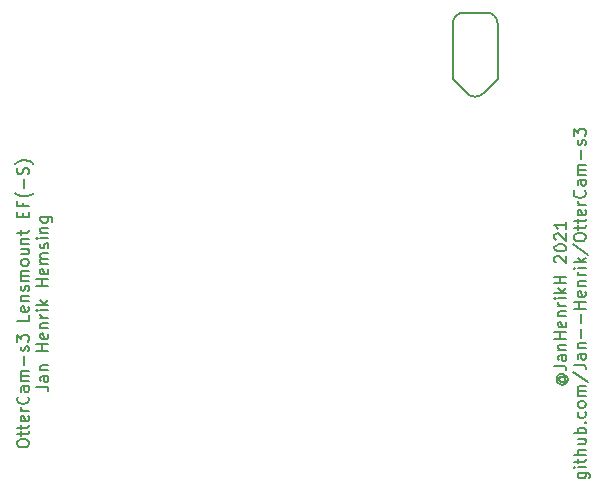
<source format=gto>
G04 #@! TF.GenerationSoftware,KiCad,Pcbnew,5.1.5+dfsg1-2build2*
G04 #@! TF.CreationDate,2021-05-18T14:50:11+02:00*
G04 #@! TF.ProjectId,lensmount-v1.0,6c656e73-6d6f-4756-9e74-2d76312e302e,rev?*
G04 #@! TF.SameCoordinates,Original*
G04 #@! TF.FileFunction,Legend,Top*
G04 #@! TF.FilePolarity,Positive*
%FSLAX46Y46*%
G04 Gerber Fmt 4.6, Leading zero omitted, Abs format (unit mm)*
G04 Created by KiCad (PCBNEW 5.1.5+dfsg1-2build2) date 2021-05-18 14:50:11*
%MOMM*%
%LPD*%
G04 APERTURE LIST*
%ADD10C,0.150000*%
%ADD11C,0.127000*%
G04 APERTURE END LIST*
D10*
X121901190Y-106238095D02*
X121853571Y-106285714D01*
X121805952Y-106380952D01*
X121805952Y-106476190D01*
X121853571Y-106571428D01*
X121901190Y-106619047D01*
X121996428Y-106666666D01*
X122091666Y-106666666D01*
X122186904Y-106619047D01*
X122234523Y-106571428D01*
X122282142Y-106476190D01*
X122282142Y-106380952D01*
X122234523Y-106285714D01*
X122186904Y-106238095D01*
X121805952Y-106238095D02*
X122186904Y-106238095D01*
X122234523Y-106190476D01*
X122234523Y-106142857D01*
X122186904Y-106047619D01*
X122091666Y-106000000D01*
X121853571Y-106000000D01*
X121710714Y-106095238D01*
X121615476Y-106238095D01*
X121567857Y-106428571D01*
X121615476Y-106619047D01*
X121710714Y-106761904D01*
X121853571Y-106857142D01*
X122044047Y-106904761D01*
X122234523Y-106857142D01*
X122377380Y-106761904D01*
X122472619Y-106619047D01*
X122520238Y-106428571D01*
X122472619Y-106238095D01*
X122377380Y-106095238D01*
X121377380Y-105285714D02*
X122091666Y-105285714D01*
X122234523Y-105333333D01*
X122329761Y-105428571D01*
X122377380Y-105571428D01*
X122377380Y-105666666D01*
X122377380Y-104380952D02*
X121853571Y-104380952D01*
X121758333Y-104428571D01*
X121710714Y-104523809D01*
X121710714Y-104714285D01*
X121758333Y-104809523D01*
X122329761Y-104380952D02*
X122377380Y-104476190D01*
X122377380Y-104714285D01*
X122329761Y-104809523D01*
X122234523Y-104857142D01*
X122139285Y-104857142D01*
X122044047Y-104809523D01*
X121996428Y-104714285D01*
X121996428Y-104476190D01*
X121948809Y-104380952D01*
X121710714Y-103904761D02*
X122377380Y-103904761D01*
X121805952Y-103904761D02*
X121758333Y-103857142D01*
X121710714Y-103761904D01*
X121710714Y-103619047D01*
X121758333Y-103523809D01*
X121853571Y-103476190D01*
X122377380Y-103476190D01*
X122377380Y-103000000D02*
X121377380Y-103000000D01*
X121853571Y-103000000D02*
X121853571Y-102428571D01*
X122377380Y-102428571D02*
X121377380Y-102428571D01*
X122329761Y-101571428D02*
X122377380Y-101666666D01*
X122377380Y-101857142D01*
X122329761Y-101952380D01*
X122234523Y-102000000D01*
X121853571Y-102000000D01*
X121758333Y-101952380D01*
X121710714Y-101857142D01*
X121710714Y-101666666D01*
X121758333Y-101571428D01*
X121853571Y-101523809D01*
X121948809Y-101523809D01*
X122044047Y-102000000D01*
X121710714Y-101095238D02*
X122377380Y-101095238D01*
X121805952Y-101095238D02*
X121758333Y-101047619D01*
X121710714Y-100952380D01*
X121710714Y-100809523D01*
X121758333Y-100714285D01*
X121853571Y-100666666D01*
X122377380Y-100666666D01*
X122377380Y-100190476D02*
X121710714Y-100190476D01*
X121901190Y-100190476D02*
X121805952Y-100142857D01*
X121758333Y-100095238D01*
X121710714Y-100000000D01*
X121710714Y-99904761D01*
X122377380Y-99571428D02*
X121710714Y-99571428D01*
X121377380Y-99571428D02*
X121425000Y-99619047D01*
X121472619Y-99571428D01*
X121425000Y-99523809D01*
X121377380Y-99571428D01*
X121472619Y-99571428D01*
X122377380Y-99095238D02*
X121377380Y-99095238D01*
X121996428Y-99000000D02*
X122377380Y-98714285D01*
X121710714Y-98714285D02*
X122091666Y-99095238D01*
X122377380Y-98285714D02*
X121377380Y-98285714D01*
X121853571Y-98285714D02*
X121853571Y-97714285D01*
X122377380Y-97714285D02*
X121377380Y-97714285D01*
X121472619Y-96523809D02*
X121425000Y-96476190D01*
X121377380Y-96380952D01*
X121377380Y-96142857D01*
X121425000Y-96047619D01*
X121472619Y-96000000D01*
X121567857Y-95952380D01*
X121663095Y-95952380D01*
X121805952Y-96000000D01*
X122377380Y-96571428D01*
X122377380Y-95952380D01*
X121377380Y-95333333D02*
X121377380Y-95238095D01*
X121425000Y-95142857D01*
X121472619Y-95095238D01*
X121567857Y-95047619D01*
X121758333Y-95000000D01*
X121996428Y-95000000D01*
X122186904Y-95047619D01*
X122282142Y-95095238D01*
X122329761Y-95142857D01*
X122377380Y-95238095D01*
X122377380Y-95333333D01*
X122329761Y-95428571D01*
X122282142Y-95476190D01*
X122186904Y-95523809D01*
X121996428Y-95571428D01*
X121758333Y-95571428D01*
X121567857Y-95523809D01*
X121472619Y-95476190D01*
X121425000Y-95428571D01*
X121377380Y-95333333D01*
X121472619Y-94619047D02*
X121425000Y-94571428D01*
X121377380Y-94476190D01*
X121377380Y-94238095D01*
X121425000Y-94142857D01*
X121472619Y-94095238D01*
X121567857Y-94047619D01*
X121663095Y-94047619D01*
X121805952Y-94095238D01*
X122377380Y-94666666D01*
X122377380Y-94047619D01*
X122377380Y-93095238D02*
X122377380Y-93666666D01*
X122377380Y-93380952D02*
X121377380Y-93380952D01*
X121520238Y-93476190D01*
X121615476Y-93571428D01*
X121663095Y-93666666D01*
X123360714Y-114333333D02*
X124170238Y-114333333D01*
X124265476Y-114380952D01*
X124313095Y-114428571D01*
X124360714Y-114523809D01*
X124360714Y-114666666D01*
X124313095Y-114761904D01*
X123979761Y-114333333D02*
X124027380Y-114428571D01*
X124027380Y-114619047D01*
X123979761Y-114714285D01*
X123932142Y-114761904D01*
X123836904Y-114809523D01*
X123551190Y-114809523D01*
X123455952Y-114761904D01*
X123408333Y-114714285D01*
X123360714Y-114619047D01*
X123360714Y-114428571D01*
X123408333Y-114333333D01*
X124027380Y-113857142D02*
X123360714Y-113857142D01*
X123027380Y-113857142D02*
X123075000Y-113904761D01*
X123122619Y-113857142D01*
X123075000Y-113809523D01*
X123027380Y-113857142D01*
X123122619Y-113857142D01*
X123360714Y-113523809D02*
X123360714Y-113142857D01*
X123027380Y-113380952D02*
X123884523Y-113380952D01*
X123979761Y-113333333D01*
X124027380Y-113238095D01*
X124027380Y-113142857D01*
X124027380Y-112809523D02*
X123027380Y-112809523D01*
X124027380Y-112380952D02*
X123503571Y-112380952D01*
X123408333Y-112428571D01*
X123360714Y-112523809D01*
X123360714Y-112666666D01*
X123408333Y-112761904D01*
X123455952Y-112809523D01*
X123360714Y-111476190D02*
X124027380Y-111476190D01*
X123360714Y-111904761D02*
X123884523Y-111904761D01*
X123979761Y-111857142D01*
X124027380Y-111761904D01*
X124027380Y-111619047D01*
X123979761Y-111523809D01*
X123932142Y-111476190D01*
X124027380Y-111000000D02*
X123027380Y-111000000D01*
X123408333Y-111000000D02*
X123360714Y-110904761D01*
X123360714Y-110714285D01*
X123408333Y-110619047D01*
X123455952Y-110571428D01*
X123551190Y-110523809D01*
X123836904Y-110523809D01*
X123932142Y-110571428D01*
X123979761Y-110619047D01*
X124027380Y-110714285D01*
X124027380Y-110904761D01*
X123979761Y-111000000D01*
X123932142Y-110095238D02*
X123979761Y-110047619D01*
X124027380Y-110095238D01*
X123979761Y-110142857D01*
X123932142Y-110095238D01*
X124027380Y-110095238D01*
X123979761Y-109190476D02*
X124027380Y-109285714D01*
X124027380Y-109476190D01*
X123979761Y-109571428D01*
X123932142Y-109619047D01*
X123836904Y-109666666D01*
X123551190Y-109666666D01*
X123455952Y-109619047D01*
X123408333Y-109571428D01*
X123360714Y-109476190D01*
X123360714Y-109285714D01*
X123408333Y-109190476D01*
X124027380Y-108619047D02*
X123979761Y-108714285D01*
X123932142Y-108761904D01*
X123836904Y-108809523D01*
X123551190Y-108809523D01*
X123455952Y-108761904D01*
X123408333Y-108714285D01*
X123360714Y-108619047D01*
X123360714Y-108476190D01*
X123408333Y-108380952D01*
X123455952Y-108333333D01*
X123551190Y-108285714D01*
X123836904Y-108285714D01*
X123932142Y-108333333D01*
X123979761Y-108380952D01*
X124027380Y-108476190D01*
X124027380Y-108619047D01*
X124027380Y-107857142D02*
X123360714Y-107857142D01*
X123455952Y-107857142D02*
X123408333Y-107809523D01*
X123360714Y-107714285D01*
X123360714Y-107571428D01*
X123408333Y-107476190D01*
X123503571Y-107428571D01*
X124027380Y-107428571D01*
X123503571Y-107428571D02*
X123408333Y-107380952D01*
X123360714Y-107285714D01*
X123360714Y-107142857D01*
X123408333Y-107047619D01*
X123503571Y-107000000D01*
X124027380Y-107000000D01*
X122979761Y-105809523D02*
X124265476Y-106666666D01*
X123027380Y-105190476D02*
X123741666Y-105190476D01*
X123884523Y-105238095D01*
X123979761Y-105333333D01*
X124027380Y-105476190D01*
X124027380Y-105571428D01*
X124027380Y-104285714D02*
X123503571Y-104285714D01*
X123408333Y-104333333D01*
X123360714Y-104428571D01*
X123360714Y-104619047D01*
X123408333Y-104714285D01*
X123979761Y-104285714D02*
X124027380Y-104380952D01*
X124027380Y-104619047D01*
X123979761Y-104714285D01*
X123884523Y-104761904D01*
X123789285Y-104761904D01*
X123694047Y-104714285D01*
X123646428Y-104619047D01*
X123646428Y-104380952D01*
X123598809Y-104285714D01*
X123360714Y-103809523D02*
X124027380Y-103809523D01*
X123455952Y-103809523D02*
X123408333Y-103761904D01*
X123360714Y-103666666D01*
X123360714Y-103523809D01*
X123408333Y-103428571D01*
X123503571Y-103380952D01*
X124027380Y-103380952D01*
X123646428Y-102904761D02*
X123646428Y-102142857D01*
X123646428Y-101666666D02*
X123646428Y-100904761D01*
X124027380Y-100428571D02*
X123027380Y-100428571D01*
X123503571Y-100428571D02*
X123503571Y-99857142D01*
X124027380Y-99857142D02*
X123027380Y-99857142D01*
X123979761Y-99000000D02*
X124027380Y-99095238D01*
X124027380Y-99285714D01*
X123979761Y-99380952D01*
X123884523Y-99428571D01*
X123503571Y-99428571D01*
X123408333Y-99380952D01*
X123360714Y-99285714D01*
X123360714Y-99095238D01*
X123408333Y-99000000D01*
X123503571Y-98952380D01*
X123598809Y-98952380D01*
X123694047Y-99428571D01*
X123360714Y-98523809D02*
X124027380Y-98523809D01*
X123455952Y-98523809D02*
X123408333Y-98476190D01*
X123360714Y-98380952D01*
X123360714Y-98238095D01*
X123408333Y-98142857D01*
X123503571Y-98095238D01*
X124027380Y-98095238D01*
X124027380Y-97619047D02*
X123360714Y-97619047D01*
X123551190Y-97619047D02*
X123455952Y-97571428D01*
X123408333Y-97523809D01*
X123360714Y-97428571D01*
X123360714Y-97333333D01*
X124027380Y-97000000D02*
X123360714Y-97000000D01*
X123027380Y-97000000D02*
X123075000Y-97047619D01*
X123122619Y-97000000D01*
X123075000Y-96952380D01*
X123027380Y-97000000D01*
X123122619Y-97000000D01*
X124027380Y-96523809D02*
X123027380Y-96523809D01*
X123646428Y-96428571D02*
X124027380Y-96142857D01*
X123360714Y-96142857D02*
X123741666Y-96523809D01*
X122979761Y-95000000D02*
X124265476Y-95857142D01*
X123027380Y-94476190D02*
X123027380Y-94285714D01*
X123075000Y-94190476D01*
X123170238Y-94095238D01*
X123360714Y-94047619D01*
X123694047Y-94047619D01*
X123884523Y-94095238D01*
X123979761Y-94190476D01*
X124027380Y-94285714D01*
X124027380Y-94476190D01*
X123979761Y-94571428D01*
X123884523Y-94666666D01*
X123694047Y-94714285D01*
X123360714Y-94714285D01*
X123170238Y-94666666D01*
X123075000Y-94571428D01*
X123027380Y-94476190D01*
X123360714Y-93761904D02*
X123360714Y-93380952D01*
X123027380Y-93619047D02*
X123884523Y-93619047D01*
X123979761Y-93571428D01*
X124027380Y-93476190D01*
X124027380Y-93380952D01*
X123360714Y-93190476D02*
X123360714Y-92809523D01*
X123027380Y-93047619D02*
X123884523Y-93047619D01*
X123979761Y-93000000D01*
X124027380Y-92904761D01*
X124027380Y-92809523D01*
X123979761Y-92095238D02*
X124027380Y-92190476D01*
X124027380Y-92380952D01*
X123979761Y-92476190D01*
X123884523Y-92523809D01*
X123503571Y-92523809D01*
X123408333Y-92476190D01*
X123360714Y-92380952D01*
X123360714Y-92190476D01*
X123408333Y-92095238D01*
X123503571Y-92047619D01*
X123598809Y-92047619D01*
X123694047Y-92523809D01*
X124027380Y-91619047D02*
X123360714Y-91619047D01*
X123551190Y-91619047D02*
X123455952Y-91571428D01*
X123408333Y-91523809D01*
X123360714Y-91428571D01*
X123360714Y-91333333D01*
X123932142Y-90428571D02*
X123979761Y-90476190D01*
X124027380Y-90619047D01*
X124027380Y-90714285D01*
X123979761Y-90857142D01*
X123884523Y-90952380D01*
X123789285Y-91000000D01*
X123598809Y-91047619D01*
X123455952Y-91047619D01*
X123265476Y-91000000D01*
X123170238Y-90952380D01*
X123075000Y-90857142D01*
X123027380Y-90714285D01*
X123027380Y-90619047D01*
X123075000Y-90476190D01*
X123122619Y-90428571D01*
X124027380Y-89571428D02*
X123503571Y-89571428D01*
X123408333Y-89619047D01*
X123360714Y-89714285D01*
X123360714Y-89904761D01*
X123408333Y-90000000D01*
X123979761Y-89571428D02*
X124027380Y-89666666D01*
X124027380Y-89904761D01*
X123979761Y-90000000D01*
X123884523Y-90047619D01*
X123789285Y-90047619D01*
X123694047Y-90000000D01*
X123646428Y-89904761D01*
X123646428Y-89666666D01*
X123598809Y-89571428D01*
X124027380Y-89095238D02*
X123360714Y-89095238D01*
X123455952Y-89095238D02*
X123408333Y-89047619D01*
X123360714Y-88952380D01*
X123360714Y-88809523D01*
X123408333Y-88714285D01*
X123503571Y-88666666D01*
X124027380Y-88666666D01*
X123503571Y-88666666D02*
X123408333Y-88619047D01*
X123360714Y-88523809D01*
X123360714Y-88380952D01*
X123408333Y-88285714D01*
X123503571Y-88238095D01*
X124027380Y-88238095D01*
X123646428Y-87761904D02*
X123646428Y-87000000D01*
X123979761Y-86571428D02*
X124027380Y-86476190D01*
X124027380Y-86285714D01*
X123979761Y-86190476D01*
X123884523Y-86142857D01*
X123836904Y-86142857D01*
X123741666Y-86190476D01*
X123694047Y-86285714D01*
X123694047Y-86428571D01*
X123646428Y-86523809D01*
X123551190Y-86571428D01*
X123503571Y-86571428D01*
X123408333Y-86523809D01*
X123360714Y-86428571D01*
X123360714Y-86285714D01*
X123408333Y-86190476D01*
X123027380Y-85809523D02*
X123027380Y-85190476D01*
X123408333Y-85523809D01*
X123408333Y-85380952D01*
X123455952Y-85285714D01*
X123503571Y-85238095D01*
X123598809Y-85190476D01*
X123836904Y-85190476D01*
X123932142Y-85238095D01*
X123979761Y-85285714D01*
X124027380Y-85380952D01*
X124027380Y-85666666D01*
X123979761Y-85761904D01*
X123932142Y-85809523D01*
X75877380Y-111928571D02*
X75877380Y-111738095D01*
X75925000Y-111642857D01*
X76020238Y-111547619D01*
X76210714Y-111500000D01*
X76544047Y-111500000D01*
X76734523Y-111547619D01*
X76829761Y-111642857D01*
X76877380Y-111738095D01*
X76877380Y-111928571D01*
X76829761Y-112023809D01*
X76734523Y-112119047D01*
X76544047Y-112166666D01*
X76210714Y-112166666D01*
X76020238Y-112119047D01*
X75925000Y-112023809D01*
X75877380Y-111928571D01*
X76210714Y-111214285D02*
X76210714Y-110833333D01*
X75877380Y-111071428D02*
X76734523Y-111071428D01*
X76829761Y-111023809D01*
X76877380Y-110928571D01*
X76877380Y-110833333D01*
X76210714Y-110642857D02*
X76210714Y-110261904D01*
X75877380Y-110500000D02*
X76734523Y-110500000D01*
X76829761Y-110452380D01*
X76877380Y-110357142D01*
X76877380Y-110261904D01*
X76829761Y-109547619D02*
X76877380Y-109642857D01*
X76877380Y-109833333D01*
X76829761Y-109928571D01*
X76734523Y-109976190D01*
X76353571Y-109976190D01*
X76258333Y-109928571D01*
X76210714Y-109833333D01*
X76210714Y-109642857D01*
X76258333Y-109547619D01*
X76353571Y-109500000D01*
X76448809Y-109500000D01*
X76544047Y-109976190D01*
X76877380Y-109071428D02*
X76210714Y-109071428D01*
X76401190Y-109071428D02*
X76305952Y-109023809D01*
X76258333Y-108976190D01*
X76210714Y-108880952D01*
X76210714Y-108785714D01*
X76782142Y-107880952D02*
X76829761Y-107928571D01*
X76877380Y-108071428D01*
X76877380Y-108166666D01*
X76829761Y-108309523D01*
X76734523Y-108404761D01*
X76639285Y-108452380D01*
X76448809Y-108500000D01*
X76305952Y-108500000D01*
X76115476Y-108452380D01*
X76020238Y-108404761D01*
X75925000Y-108309523D01*
X75877380Y-108166666D01*
X75877380Y-108071428D01*
X75925000Y-107928571D01*
X75972619Y-107880952D01*
X76877380Y-107023809D02*
X76353571Y-107023809D01*
X76258333Y-107071428D01*
X76210714Y-107166666D01*
X76210714Y-107357142D01*
X76258333Y-107452380D01*
X76829761Y-107023809D02*
X76877380Y-107119047D01*
X76877380Y-107357142D01*
X76829761Y-107452380D01*
X76734523Y-107500000D01*
X76639285Y-107500000D01*
X76544047Y-107452380D01*
X76496428Y-107357142D01*
X76496428Y-107119047D01*
X76448809Y-107023809D01*
X76877380Y-106547619D02*
X76210714Y-106547619D01*
X76305952Y-106547619D02*
X76258333Y-106500000D01*
X76210714Y-106404761D01*
X76210714Y-106261904D01*
X76258333Y-106166666D01*
X76353571Y-106119047D01*
X76877380Y-106119047D01*
X76353571Y-106119047D02*
X76258333Y-106071428D01*
X76210714Y-105976190D01*
X76210714Y-105833333D01*
X76258333Y-105738095D01*
X76353571Y-105690476D01*
X76877380Y-105690476D01*
X76496428Y-105214285D02*
X76496428Y-104452380D01*
X76829761Y-104023809D02*
X76877380Y-103928571D01*
X76877380Y-103738095D01*
X76829761Y-103642857D01*
X76734523Y-103595238D01*
X76686904Y-103595238D01*
X76591666Y-103642857D01*
X76544047Y-103738095D01*
X76544047Y-103880952D01*
X76496428Y-103976190D01*
X76401190Y-104023809D01*
X76353571Y-104023809D01*
X76258333Y-103976190D01*
X76210714Y-103880952D01*
X76210714Y-103738095D01*
X76258333Y-103642857D01*
X75877380Y-103261904D02*
X75877380Y-102642857D01*
X76258333Y-102976190D01*
X76258333Y-102833333D01*
X76305952Y-102738095D01*
X76353571Y-102690476D01*
X76448809Y-102642857D01*
X76686904Y-102642857D01*
X76782142Y-102690476D01*
X76829761Y-102738095D01*
X76877380Y-102833333D01*
X76877380Y-103119047D01*
X76829761Y-103214285D01*
X76782142Y-103261904D01*
X76877380Y-100976190D02*
X76877380Y-101452380D01*
X75877380Y-101452380D01*
X76829761Y-100261904D02*
X76877380Y-100357142D01*
X76877380Y-100547619D01*
X76829761Y-100642857D01*
X76734523Y-100690476D01*
X76353571Y-100690476D01*
X76258333Y-100642857D01*
X76210714Y-100547619D01*
X76210714Y-100357142D01*
X76258333Y-100261904D01*
X76353571Y-100214285D01*
X76448809Y-100214285D01*
X76544047Y-100690476D01*
X76210714Y-99785714D02*
X76877380Y-99785714D01*
X76305952Y-99785714D02*
X76258333Y-99738095D01*
X76210714Y-99642857D01*
X76210714Y-99500000D01*
X76258333Y-99404761D01*
X76353571Y-99357142D01*
X76877380Y-99357142D01*
X76829761Y-98928571D02*
X76877380Y-98833333D01*
X76877380Y-98642857D01*
X76829761Y-98547619D01*
X76734523Y-98500000D01*
X76686904Y-98500000D01*
X76591666Y-98547619D01*
X76544047Y-98642857D01*
X76544047Y-98785714D01*
X76496428Y-98880952D01*
X76401190Y-98928571D01*
X76353571Y-98928571D01*
X76258333Y-98880952D01*
X76210714Y-98785714D01*
X76210714Y-98642857D01*
X76258333Y-98547619D01*
X76877380Y-98071428D02*
X76210714Y-98071428D01*
X76305952Y-98071428D02*
X76258333Y-98023809D01*
X76210714Y-97928571D01*
X76210714Y-97785714D01*
X76258333Y-97690476D01*
X76353571Y-97642857D01*
X76877380Y-97642857D01*
X76353571Y-97642857D02*
X76258333Y-97595238D01*
X76210714Y-97500000D01*
X76210714Y-97357142D01*
X76258333Y-97261904D01*
X76353571Y-97214285D01*
X76877380Y-97214285D01*
X76877380Y-96595238D02*
X76829761Y-96690476D01*
X76782142Y-96738095D01*
X76686904Y-96785714D01*
X76401190Y-96785714D01*
X76305952Y-96738095D01*
X76258333Y-96690476D01*
X76210714Y-96595238D01*
X76210714Y-96452380D01*
X76258333Y-96357142D01*
X76305952Y-96309523D01*
X76401190Y-96261904D01*
X76686904Y-96261904D01*
X76782142Y-96309523D01*
X76829761Y-96357142D01*
X76877380Y-96452380D01*
X76877380Y-96595238D01*
X76210714Y-95404761D02*
X76877380Y-95404761D01*
X76210714Y-95833333D02*
X76734523Y-95833333D01*
X76829761Y-95785714D01*
X76877380Y-95690476D01*
X76877380Y-95547619D01*
X76829761Y-95452380D01*
X76782142Y-95404761D01*
X76210714Y-94928571D02*
X76877380Y-94928571D01*
X76305952Y-94928571D02*
X76258333Y-94880952D01*
X76210714Y-94785714D01*
X76210714Y-94642857D01*
X76258333Y-94547619D01*
X76353571Y-94500000D01*
X76877380Y-94500000D01*
X76210714Y-94166666D02*
X76210714Y-93785714D01*
X75877380Y-94023809D02*
X76734523Y-94023809D01*
X76829761Y-93976190D01*
X76877380Y-93880952D01*
X76877380Y-93785714D01*
X76353571Y-92690476D02*
X76353571Y-92357142D01*
X76877380Y-92214285D02*
X76877380Y-92690476D01*
X75877380Y-92690476D01*
X75877380Y-92214285D01*
X76353571Y-91452380D02*
X76353571Y-91785714D01*
X76877380Y-91785714D02*
X75877380Y-91785714D01*
X75877380Y-91309523D01*
X77258333Y-90642857D02*
X77210714Y-90690476D01*
X77067857Y-90785714D01*
X76972619Y-90833333D01*
X76829761Y-90880952D01*
X76591666Y-90928571D01*
X76401190Y-90928571D01*
X76163095Y-90880952D01*
X76020238Y-90833333D01*
X75925000Y-90785714D01*
X75782142Y-90690476D01*
X75734523Y-90642857D01*
X76496428Y-90261904D02*
X76496428Y-89500000D01*
X76829761Y-89071428D02*
X76877380Y-88928571D01*
X76877380Y-88690476D01*
X76829761Y-88595238D01*
X76782142Y-88547619D01*
X76686904Y-88500000D01*
X76591666Y-88500000D01*
X76496428Y-88547619D01*
X76448809Y-88595238D01*
X76401190Y-88690476D01*
X76353571Y-88880952D01*
X76305952Y-88976190D01*
X76258333Y-89023809D01*
X76163095Y-89071428D01*
X76067857Y-89071428D01*
X75972619Y-89023809D01*
X75925000Y-88976190D01*
X75877380Y-88880952D01*
X75877380Y-88642857D01*
X75925000Y-88500000D01*
X77258333Y-88166666D02*
X77210714Y-88119047D01*
X77067857Y-88023809D01*
X76972619Y-87976190D01*
X76829761Y-87928571D01*
X76591666Y-87880952D01*
X76401190Y-87880952D01*
X76163095Y-87928571D01*
X76020238Y-87976190D01*
X75925000Y-88023809D01*
X75782142Y-88119047D01*
X75734523Y-88166666D01*
X77527380Y-107047619D02*
X78241666Y-107047619D01*
X78384523Y-107095238D01*
X78479761Y-107190476D01*
X78527380Y-107333333D01*
X78527380Y-107428571D01*
X78527380Y-106142857D02*
X78003571Y-106142857D01*
X77908333Y-106190476D01*
X77860714Y-106285714D01*
X77860714Y-106476190D01*
X77908333Y-106571428D01*
X78479761Y-106142857D02*
X78527380Y-106238095D01*
X78527380Y-106476190D01*
X78479761Y-106571428D01*
X78384523Y-106619047D01*
X78289285Y-106619047D01*
X78194047Y-106571428D01*
X78146428Y-106476190D01*
X78146428Y-106238095D01*
X78098809Y-106142857D01*
X77860714Y-105666666D02*
X78527380Y-105666666D01*
X77955952Y-105666666D02*
X77908333Y-105619047D01*
X77860714Y-105523809D01*
X77860714Y-105380952D01*
X77908333Y-105285714D01*
X78003571Y-105238095D01*
X78527380Y-105238095D01*
X78527380Y-104000000D02*
X77527380Y-104000000D01*
X78003571Y-104000000D02*
X78003571Y-103428571D01*
X78527380Y-103428571D02*
X77527380Y-103428571D01*
X78479761Y-102571428D02*
X78527380Y-102666666D01*
X78527380Y-102857142D01*
X78479761Y-102952380D01*
X78384523Y-103000000D01*
X78003571Y-103000000D01*
X77908333Y-102952380D01*
X77860714Y-102857142D01*
X77860714Y-102666666D01*
X77908333Y-102571428D01*
X78003571Y-102523809D01*
X78098809Y-102523809D01*
X78194047Y-103000000D01*
X77860714Y-102095238D02*
X78527380Y-102095238D01*
X77955952Y-102095238D02*
X77908333Y-102047619D01*
X77860714Y-101952380D01*
X77860714Y-101809523D01*
X77908333Y-101714285D01*
X78003571Y-101666666D01*
X78527380Y-101666666D01*
X78527380Y-101190476D02*
X77860714Y-101190476D01*
X78051190Y-101190476D02*
X77955952Y-101142857D01*
X77908333Y-101095238D01*
X77860714Y-101000000D01*
X77860714Y-100904761D01*
X78527380Y-100571428D02*
X77860714Y-100571428D01*
X77527380Y-100571428D02*
X77575000Y-100619047D01*
X77622619Y-100571428D01*
X77575000Y-100523809D01*
X77527380Y-100571428D01*
X77622619Y-100571428D01*
X78527380Y-100095238D02*
X77527380Y-100095238D01*
X78146428Y-100000000D02*
X78527380Y-99714285D01*
X77860714Y-99714285D02*
X78241666Y-100095238D01*
X78527380Y-98523809D02*
X77527380Y-98523809D01*
X78003571Y-98523809D02*
X78003571Y-97952380D01*
X78527380Y-97952380D02*
X77527380Y-97952380D01*
X78479761Y-97095238D02*
X78527380Y-97190476D01*
X78527380Y-97380952D01*
X78479761Y-97476190D01*
X78384523Y-97523809D01*
X78003571Y-97523809D01*
X77908333Y-97476190D01*
X77860714Y-97380952D01*
X77860714Y-97190476D01*
X77908333Y-97095238D01*
X78003571Y-97047619D01*
X78098809Y-97047619D01*
X78194047Y-97523809D01*
X78527380Y-96619047D02*
X77860714Y-96619047D01*
X77955952Y-96619047D02*
X77908333Y-96571428D01*
X77860714Y-96476190D01*
X77860714Y-96333333D01*
X77908333Y-96238095D01*
X78003571Y-96190476D01*
X78527380Y-96190476D01*
X78003571Y-96190476D02*
X77908333Y-96142857D01*
X77860714Y-96047619D01*
X77860714Y-95904761D01*
X77908333Y-95809523D01*
X78003571Y-95761904D01*
X78527380Y-95761904D01*
X78479761Y-95333333D02*
X78527380Y-95238095D01*
X78527380Y-95047619D01*
X78479761Y-94952380D01*
X78384523Y-94904761D01*
X78336904Y-94904761D01*
X78241666Y-94952380D01*
X78194047Y-95047619D01*
X78194047Y-95190476D01*
X78146428Y-95285714D01*
X78051190Y-95333333D01*
X78003571Y-95333333D01*
X77908333Y-95285714D01*
X77860714Y-95190476D01*
X77860714Y-95047619D01*
X77908333Y-94952380D01*
X78527380Y-94476190D02*
X77860714Y-94476190D01*
X77527380Y-94476190D02*
X77575000Y-94523809D01*
X77622619Y-94476190D01*
X77575000Y-94428571D01*
X77527380Y-94476190D01*
X77622619Y-94476190D01*
X77860714Y-94000000D02*
X78527380Y-94000000D01*
X77955952Y-94000000D02*
X77908333Y-93952380D01*
X77860714Y-93857142D01*
X77860714Y-93714285D01*
X77908333Y-93619047D01*
X78003571Y-93571428D01*
X78527380Y-93571428D01*
X77860714Y-92666666D02*
X78670238Y-92666666D01*
X78765476Y-92714285D01*
X78813095Y-92761904D01*
X78860714Y-92857142D01*
X78860714Y-93000000D01*
X78813095Y-93095238D01*
X78479761Y-92666666D02*
X78527380Y-92761904D01*
X78527380Y-92952380D01*
X78479761Y-93047619D01*
X78432142Y-93095238D01*
X78336904Y-93142857D01*
X78051190Y-93142857D01*
X77955952Y-93095238D01*
X77908333Y-93047619D01*
X77860714Y-92952380D01*
X77860714Y-92761904D01*
X77908333Y-92666666D01*
D11*
X113722500Y-75369000D02*
G75*
G03X112770000Y-76321500I0J-952500D01*
G01*
X116580000Y-76321500D02*
G75*
G03X115627500Y-75369000I-952500J0D01*
G01*
X113722500Y-75369000D02*
X115627500Y-75369000D01*
X113951100Y-82188900D02*
G75*
G03X115398900Y-82188900I723900J723900D01*
G01*
X113951100Y-82188900D02*
X112770000Y-81007800D01*
X115398900Y-82188900D02*
X116580000Y-81007800D01*
X112770000Y-76321500D02*
X112770000Y-81007800D01*
X116580000Y-76321500D02*
X116580000Y-81007800D01*
M02*

</source>
